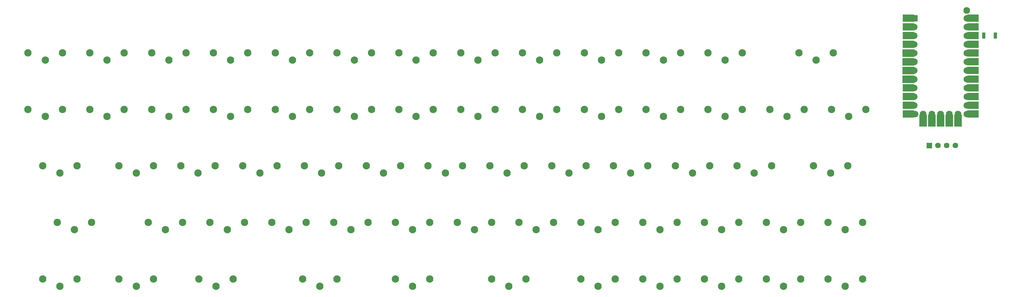
<source format=gts>
G04 Layer: TopSolderMaskLayer*
G04 EasyEDA v6.5.1, 2022-07-13 07:01:50*
G04 5ba7d446201f4704a459628eea357821,d603b60474844c32a05bd641800ef4e1,10*
G04 Gerber Generator version 0.2*
G04 Scale: 100 percent, Rotated: No, Reflected: No *
G04 Dimensions in millimeters *
G04 leading zeros omitted , absolute positions ,4 integer and 5 decimal *
%FSLAX45Y45*%
%MOMM*%

%ADD25C,1.8542*%
%ADD26C,1.9558*%
%ADD28C,1.6256*%
%ADD30C,2.1336*%

%LPD*%
G36*
X26769059Y9623044D02*
G01*
X26769059Y9833355D01*
X27104340Y9833355D01*
X27104340Y9623044D01*
G37*
G36*
X26769059Y9369044D02*
G01*
X26769059Y9579355D01*
X27104340Y9579355D01*
X27104340Y9369044D01*
G37*
G36*
X26769059Y9115044D02*
G01*
X26769059Y9325355D01*
X27104340Y9325355D01*
X27104340Y9115044D01*
G37*
G36*
X26769059Y8861044D02*
G01*
X26769059Y9071355D01*
X27104340Y9071355D01*
X27104340Y8861044D01*
G37*
G36*
X26763979Y8601963D02*
G01*
X26763979Y8822436D01*
X27109420Y8822436D01*
X27109420Y8601963D01*
G37*
G36*
X26763979Y8347963D02*
G01*
X26763979Y8568436D01*
X27109420Y8568436D01*
X27109420Y8347963D01*
G37*
G36*
X26763979Y8093963D02*
G01*
X26763979Y8314436D01*
X27109420Y8314436D01*
X27109420Y8093963D01*
G37*
G36*
X26763979Y7839963D02*
G01*
X26763979Y8060436D01*
X27109420Y8060436D01*
X27109420Y7839963D01*
G37*
G36*
X26769059Y7591044D02*
G01*
X26769059Y7801355D01*
X27104340Y7801355D01*
X27104340Y7591044D01*
G37*
G36*
X26769059Y7337044D02*
G01*
X26769059Y7547355D01*
X27104340Y7547355D01*
X27104340Y7337044D01*
G37*
G36*
X26769059Y7083044D02*
G01*
X26769059Y7293355D01*
X27104340Y7293355D01*
X27104340Y7083044D01*
G37*
G36*
X26769059Y6829044D02*
G01*
X26769059Y7039355D01*
X27104340Y7039355D01*
X27104340Y6829044D01*
G37*
G36*
X28648659Y6829044D02*
G01*
X28648659Y7039355D01*
X28983940Y7039355D01*
X28983940Y6829044D01*
G37*
G36*
X28648659Y7083044D02*
G01*
X28648659Y7293355D01*
X28983940Y7293355D01*
X28983940Y7083044D01*
G37*
G36*
X28648659Y7337044D02*
G01*
X28648659Y7547355D01*
X28983940Y7547355D01*
X28983940Y7337044D01*
G37*
G36*
X28648659Y7591044D02*
G01*
X28648659Y7801355D01*
X28983940Y7801355D01*
X28983940Y7591044D01*
G37*
G36*
X28648659Y7845044D02*
G01*
X28648659Y8055355D01*
X28983940Y8055355D01*
X28983940Y7845044D01*
G37*
G36*
X28648659Y8099044D02*
G01*
X28648659Y8309355D01*
X28983940Y8309355D01*
X28983940Y8099044D01*
G37*
G36*
X28648659Y8353044D02*
G01*
X28648659Y8563355D01*
X28983940Y8563355D01*
X28983940Y8353044D01*
G37*
G36*
X28648659Y8607044D02*
G01*
X28648659Y8817355D01*
X28983940Y8817355D01*
X28983940Y8607044D01*
G37*
G36*
X28648659Y8861044D02*
G01*
X28648659Y9071355D01*
X28983940Y9071355D01*
X28983940Y8861044D01*
G37*
G36*
X28648659Y9115044D02*
G01*
X28648659Y9325355D01*
X28983940Y9325355D01*
X28983940Y9115044D01*
G37*
G36*
X28648659Y9369044D02*
G01*
X28648659Y9579355D01*
X28983940Y9579355D01*
X28983940Y9369044D01*
G37*
G36*
X28648659Y9623044D02*
G01*
X28648659Y9833355D01*
X28983940Y9833355D01*
X28983940Y9623044D01*
G37*
G36*
X27258263Y6570979D02*
G01*
X27258263Y6916420D01*
X27478482Y6916420D01*
X27478482Y6570979D01*
G37*
G36*
X27512263Y6570979D02*
G01*
X27512263Y6916420D01*
X27732482Y6916420D01*
X27732482Y6570979D01*
G37*
G36*
X27766263Y6570979D02*
G01*
X27766263Y6916420D01*
X27986482Y6916420D01*
X27986482Y6570979D01*
G37*
G36*
X28020263Y6570979D02*
G01*
X28020263Y6916420D01*
X28240482Y6916420D01*
X28240482Y6570979D01*
G37*
G36*
X28274263Y6570979D02*
G01*
X28274263Y6916420D01*
X28494482Y6916420D01*
X28494482Y6570979D01*
G37*
G36*
X27021790Y9635489D02*
G01*
X27021790Y9820910D01*
X27207209Y9820910D01*
X27207209Y9635489D01*
G37*
D25*
G01*
X27114449Y9474174D03*
G01*
X27114449Y9220174D03*
G01*
X27114449Y8966174D03*
G01*
X27114449Y8712174D03*
G01*
X27114449Y8204174D03*
G01*
X27114449Y7950174D03*
G01*
X27114449Y7696174D03*
G01*
X27114449Y7442174D03*
G01*
X27114449Y7188174D03*
G01*
X28638449Y6934174D03*
G01*
X28638449Y7188174D03*
G01*
X28638449Y7442174D03*
G01*
X28638449Y7696174D03*
G01*
X28638449Y7950174D03*
G01*
X28638449Y8204174D03*
G01*
X28638449Y8458174D03*
G01*
X28638449Y8712174D03*
G01*
X28638449Y8966174D03*
G01*
X28638449Y9220174D03*
G01*
X28638449Y9474174D03*
G01*
X27137309Y6934174D03*
G01*
X28638449Y9728174D03*
D26*
G01*
X28384449Y6934174D03*
G01*
X28130449Y6934174D03*
G01*
X27876449Y6934174D03*
G01*
X27622449Y6934174D03*
G01*
X27368449Y6934174D03*
G01*
X28638449Y9956774D03*
G01*
X27114449Y8458174D03*
G36*
X27465020Y5933186D02*
G01*
X27465020Y6095745D01*
X27627579Y6095745D01*
X27627579Y5933186D01*
G37*
D28*
G01*
X27800300Y6014465D03*
G01*
X28054300Y6014465D03*
G01*
X28308300Y6014465D03*
G36*
X29423868Y9130029D02*
G01*
X29423868Y9310370D01*
X29514038Y9310370D01*
X29514038Y9130029D01*
G37*
G36*
X29083761Y9130029D02*
G01*
X29083761Y9310370D01*
X29173932Y9310370D01*
X29173932Y9130029D01*
G37*
D30*
G01*
X19800061Y8510066D03*
G01*
X19300063Y8720048D03*
G01*
X20300061Y8720048D03*
G01*
X3599941Y8510066D03*
G01*
X3099943Y8720048D03*
G01*
X4099940Y8720048D03*
G01*
X5400040Y8510066D03*
G01*
X4900040Y8720048D03*
G01*
X5900038Y8720048D03*
G01*
X7199884Y8510066D03*
G01*
X6699884Y8720048D03*
G01*
X7699883Y8720048D03*
G01*
X8999981Y8510066D03*
G01*
X8499983Y8720048D03*
G01*
X9499981Y8720048D03*
G01*
X10800079Y8510066D03*
G01*
X10300081Y8720048D03*
G01*
X11300079Y8720048D03*
G01*
X12599924Y8510066D03*
G01*
X12099925Y8720048D03*
G01*
X13099922Y8720048D03*
G01*
X14400022Y8510066D03*
G01*
X13900022Y8720048D03*
G01*
X14900020Y8720048D03*
G01*
X16200120Y8510066D03*
G01*
X15700120Y8720048D03*
G01*
X16700118Y8720048D03*
G01*
X17999963Y8510066D03*
G01*
X17499965Y8720048D03*
G01*
X18499963Y8720048D03*
G01*
X22450043Y5210098D03*
G01*
X21950045Y5420080D03*
G01*
X22950043Y5420080D03*
G01*
X17899888Y3560114D03*
G01*
X17399888Y3770096D03*
G01*
X18399886Y3770096D03*
G01*
X21599906Y8510066D03*
G01*
X21099906Y8720048D03*
G01*
X22099904Y8720048D03*
G01*
X19699986Y3560114D03*
G01*
X19199986Y3770096D03*
G01*
X20199984Y3770096D03*
G01*
X21500084Y3560114D03*
G01*
X21000084Y3770096D03*
G01*
X22000083Y3770096D03*
G01*
X20649945Y5210098D03*
G01*
X20149947Y5420080D03*
G01*
X21149945Y5420080D03*
G01*
X4450079Y5210098D03*
G01*
X3950081Y5420080D03*
G01*
X4950079Y5420080D03*
G01*
X6774941Y1910130D03*
G01*
X6274943Y2120112D03*
G01*
X7274940Y2120112D03*
G01*
X17899888Y1910130D03*
G01*
X17399888Y2120112D03*
G01*
X18399886Y2120112D03*
G01*
X12500102Y3560114D03*
G01*
X12000102Y3770096D03*
G01*
X13000100Y3770096D03*
G01*
X24249888Y8510066D03*
G01*
X23749888Y8720048D03*
G01*
X24749886Y8720048D03*
G01*
X8899906Y3560114D03*
G01*
X8399906Y3770096D03*
G01*
X9399904Y3770096D03*
G01*
X2225040Y5210098D03*
G01*
X1725040Y5420080D03*
G01*
X2725038Y5420080D03*
G01*
X2225040Y1910130D03*
G01*
X1725040Y2120112D03*
G01*
X2725038Y2120112D03*
G01*
X19699986Y1910130D03*
G01*
X19199986Y2120112D03*
G01*
X20199984Y2120112D03*
G01*
X8050022Y5210098D03*
G01*
X7550022Y5420080D03*
G01*
X8550020Y5420080D03*
G01*
X23299927Y1910130D03*
G01*
X22799929Y2120112D03*
G01*
X23799927Y2120112D03*
G01*
X7199884Y6860082D03*
G01*
X6699884Y7070064D03*
G01*
X7699883Y7070064D03*
G01*
X24675084Y5210098D03*
G01*
X24175084Y5420080D03*
G01*
X25175083Y5420080D03*
G01*
X1800097Y8510066D03*
G01*
X1300098Y8720048D03*
G01*
X2300097Y8720048D03*
G01*
X9850120Y5210098D03*
G01*
X9350120Y5420080D03*
G01*
X10350118Y5420080D03*
G01*
X12500102Y1910130D03*
G01*
X12000102Y2120112D03*
G01*
X13000100Y2120112D03*
G01*
X11649963Y5210098D03*
G01*
X11149965Y5420080D03*
G01*
X12149963Y5420080D03*
G01*
X13450061Y5210098D03*
G01*
X12950063Y5420080D03*
G01*
X13950061Y5420080D03*
G01*
X16200120Y6860082D03*
G01*
X15700120Y7070064D03*
G01*
X16700118Y7070064D03*
G01*
X15249906Y5210098D03*
G01*
X14749906Y5420080D03*
G01*
X15749904Y5420080D03*
G01*
X17050004Y5210098D03*
G01*
X16550004Y5420080D03*
G01*
X17550002Y5420080D03*
G01*
X18850102Y5210098D03*
G01*
X18350102Y5420080D03*
G01*
X19350100Y5420080D03*
G01*
X21500084Y1910130D03*
G01*
X21000084Y2120112D03*
G01*
X22000083Y2120112D03*
G01*
X16100043Y3560114D03*
G01*
X15600045Y3770096D03*
G01*
X16600043Y3770096D03*
G01*
X14299945Y3560114D03*
G01*
X13799947Y3770096D03*
G01*
X14799945Y3770096D03*
G01*
X17999963Y6860082D03*
G01*
X17499965Y7070064D03*
G01*
X18499963Y7070064D03*
G01*
X19800061Y6860082D03*
G01*
X19300063Y7070064D03*
G01*
X20300061Y7070064D03*
G01*
X3599941Y6860082D03*
G01*
X3099943Y7070064D03*
G01*
X4099940Y7070064D03*
G01*
X8999981Y6860082D03*
G01*
X8499983Y7070064D03*
G01*
X9499981Y7070064D03*
G01*
X25100025Y1910130D03*
G01*
X24600027Y2120112D03*
G01*
X25600025Y2120112D03*
G01*
X6249924Y5210098D03*
G01*
X5749925Y5420080D03*
G01*
X6749922Y5420080D03*
G01*
X2649981Y3560114D03*
G01*
X2149983Y3770096D03*
G01*
X3149981Y3770096D03*
G01*
X25100025Y3560114D03*
G01*
X24600027Y3770096D03*
G01*
X25600025Y3770096D03*
G01*
X9800081Y1910130D03*
G01*
X9300083Y2120112D03*
G01*
X10300081Y2120112D03*
G01*
X15299943Y1910130D03*
G01*
X14799945Y2120112D03*
G01*
X15799943Y2120112D03*
G01*
X10800079Y6860082D03*
G01*
X10300081Y7070064D03*
G01*
X11300079Y7070064D03*
G01*
X1800097Y6860082D03*
G01*
X1300098Y7070064D03*
G01*
X2300097Y7070064D03*
G01*
X14400022Y6860082D03*
G01*
X13900022Y7070064D03*
G01*
X14900020Y7070064D03*
G01*
X23299927Y3560114D03*
G01*
X22799929Y3770096D03*
G01*
X23799927Y3770096D03*
G01*
X10700004Y3560114D03*
G01*
X10200004Y3770096D03*
G01*
X11200002Y3770096D03*
G01*
X5400040Y6860082D03*
G01*
X4900040Y7070064D03*
G01*
X5900038Y7070064D03*
G01*
X4450079Y1910130D03*
G01*
X3950081Y2120112D03*
G01*
X4950079Y2120112D03*
G01*
X7100061Y3560114D03*
G01*
X6600063Y3770096D03*
G01*
X7600061Y3770096D03*
G01*
X5299963Y3560114D03*
G01*
X4799965Y3770096D03*
G01*
X5799963Y3770096D03*
G01*
X12599924Y6860082D03*
G01*
X12099925Y7070064D03*
G01*
X13099922Y7070064D03*
G01*
X25200102Y6860082D03*
G01*
X24700102Y7070064D03*
G01*
X25700100Y7070064D03*
G01*
X21599906Y6860082D03*
G01*
X21099906Y7070064D03*
G01*
X22099904Y7070064D03*
G01*
X23400004Y6860082D03*
G01*
X22900004Y7070064D03*
G01*
X23900002Y7070064D03*
M02*

</source>
